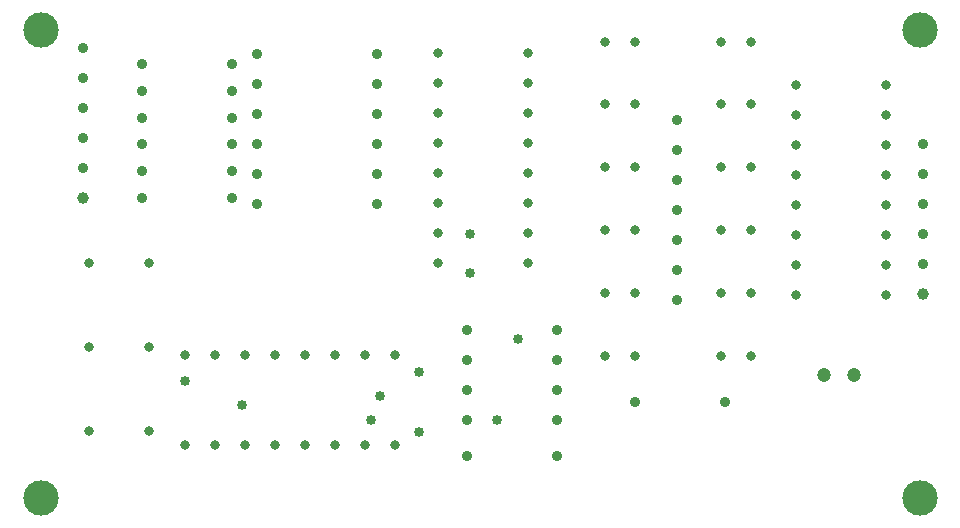
<source format=gbr>
G04 Generated by Ultiboard 14.1 *
%FSLAX34Y34*%
%MOMM*%

%ADD10C,0.0001*%
%ADD11C,0.8500*%
%ADD12C,0.8890*%
%ADD13C,0.9000*%
%ADD14C,0.9949*%
%ADD15C,0.8000*%
%ADD16C,1.2000*%
%ADD17C,3.0000*%


G04 ColorRGB 000000 for the following layer *
%LNDrill-Copper Top-Copper Bottom*%
%LPD*%
G54D11*
X327660Y426720D03*
X327660Y393700D03*
X243840Y269240D03*
X134620Y281940D03*
X350520Y269240D03*
X368300Y337820D03*
X251460Y289560D03*
X284480Y309880D03*
X284480Y259080D03*
X86360Y302260D03*
G54D12*
X325120Y238760D03*
X401320Y238760D03*
X0Y482600D03*
X0Y508000D03*
X0Y558800D03*
X0Y533400D03*
X0Y584200D03*
X126175Y570248D03*
X49975Y570248D03*
X126175Y547665D03*
X49975Y547665D03*
X126175Y525081D03*
X49975Y525081D03*
X126175Y502497D03*
X49975Y502497D03*
X126175Y479914D03*
X49975Y479914D03*
X126175Y457330D03*
X49975Y457330D03*
X711200Y401320D03*
X711200Y426720D03*
X711200Y477520D03*
X711200Y452120D03*
X711200Y502920D03*
X325120Y269240D03*
X401320Y269240D03*
X401320Y345440D03*
X325120Y320040D03*
X325120Y294640D03*
X401320Y320040D03*
X401320Y294640D03*
X325120Y345440D03*
X467360Y284480D03*
X543560Y284480D03*
X502920Y497840D03*
X502920Y421640D03*
X502920Y370840D03*
X502920Y396240D03*
X502920Y447040D03*
X502920Y472440D03*
X502920Y523240D03*
G54D13*
X248920Y579120D03*
X147320Y579120D03*
X248920Y553720D03*
X147320Y553720D03*
X248920Y528320D03*
X147320Y528320D03*
X248920Y502920D03*
X147320Y502920D03*
X248920Y477520D03*
X147320Y477520D03*
X248920Y452120D03*
X147320Y452120D03*
G54D14*
X0Y457200D03*
X711200Y375920D03*
G54D15*
X5580Y401820D03*
X56380Y401820D03*
X56380Y330700D03*
X5580Y330700D03*
X56380Y259580D03*
X5580Y259580D03*
X467957Y429677D03*
X442557Y429677D03*
X467957Y482916D03*
X442557Y482916D03*
X467957Y536154D03*
X442557Y536154D03*
X467957Y589392D03*
X442557Y589392D03*
X467957Y323201D03*
X442557Y323201D03*
X300618Y402017D03*
X376818Y579817D03*
X300618Y529017D03*
X300618Y554417D03*
X300618Y503617D03*
X300618Y452817D03*
X300618Y478217D03*
X300618Y427417D03*
X376818Y427417D03*
X376818Y503617D03*
X376818Y529017D03*
X376818Y554417D03*
X376818Y452817D03*
X376818Y478217D03*
X376818Y402017D03*
X300618Y579817D03*
X188657Y248022D03*
X87057Y324222D03*
X264857Y248022D03*
X214057Y324222D03*
X239457Y324222D03*
X188657Y324222D03*
X137857Y324222D03*
X163257Y324222D03*
X112457Y324222D03*
X112457Y248022D03*
X214057Y248022D03*
X239457Y248022D03*
X137857Y248022D03*
X163257Y248022D03*
X87057Y248022D03*
X264857Y324222D03*
X540116Y323201D03*
X565516Y323201D03*
X540116Y429677D03*
X565516Y429677D03*
X540116Y482916D03*
X565516Y482916D03*
X540116Y536154D03*
X565516Y536154D03*
X540116Y589392D03*
X565516Y589392D03*
X679822Y553023D03*
X679822Y426023D03*
X679822Y400623D03*
X679822Y451423D03*
X679822Y502223D03*
X679822Y476823D03*
X679822Y527623D03*
X603622Y375223D03*
X603622Y527623D03*
X603622Y451423D03*
X603622Y426023D03*
X603622Y400623D03*
X603622Y502223D03*
X603622Y476823D03*
X603622Y553023D03*
X679822Y375223D03*
X467957Y376439D03*
X442557Y376439D03*
X540116Y376439D03*
X565516Y376439D03*
G54D16*
X652780Y307340D03*
X627380Y307340D03*
G54D17*
X-35560Y599440D03*
X-35560Y203200D03*
X708660Y203200D03*
X708660Y599440D03*

M02*

</source>
